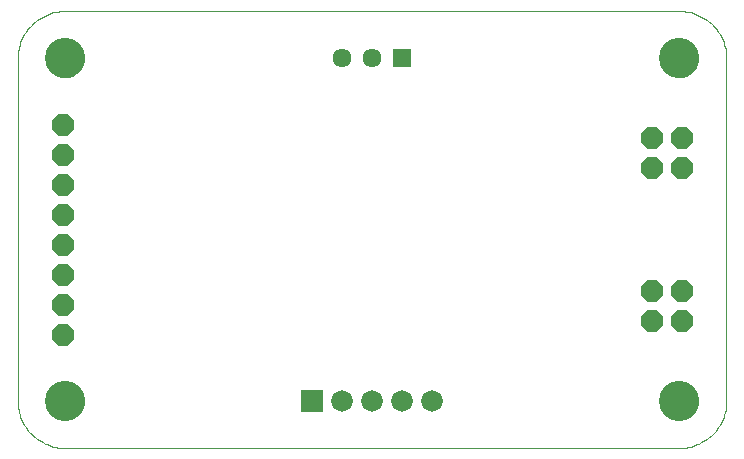
<source format=gbs>
G75*
G70*
%OFA0B0*%
%FSLAX24Y24*%
%IPPOS*%
%LPD*%
%AMOC8*
5,1,8,0,0,1.08239X$1,22.5*
%
%ADD10R,0.0720X0.0720*%
%ADD11C,0.0720*%
%ADD12OC8,0.0720*%
%ADD13R,0.0635X0.0635*%
%ADD14C,0.0635*%
%ADD15C,0.0000*%
%ADD16C,0.1340*%
D10*
X014205Y004991D03*
D11*
X015205Y004991D03*
X016205Y004991D03*
X017205Y004991D03*
X018205Y004991D03*
D12*
X025548Y007641D03*
X026548Y007641D03*
X026548Y008641D03*
X025548Y008641D03*
X025548Y012759D03*
X026548Y012759D03*
X026548Y013759D03*
X025548Y013759D03*
X005895Y014200D03*
X005895Y013200D03*
X005895Y012200D03*
X005895Y011200D03*
X005895Y010200D03*
X005895Y009200D03*
X005895Y008200D03*
X005895Y007200D03*
D13*
X017214Y016409D03*
D14*
X016214Y016409D03*
X015214Y016409D03*
D15*
X005969Y003417D02*
X026442Y003417D01*
X026442Y003416D02*
X026519Y003418D01*
X026596Y003424D01*
X026673Y003433D01*
X026749Y003446D01*
X026825Y003463D01*
X026899Y003484D01*
X026973Y003508D01*
X027045Y003536D01*
X027115Y003567D01*
X027184Y003602D01*
X027252Y003640D01*
X027317Y003681D01*
X027380Y003726D01*
X027441Y003774D01*
X027500Y003824D01*
X027556Y003877D01*
X027609Y003933D01*
X027659Y003992D01*
X027707Y004053D01*
X027752Y004116D01*
X027793Y004181D01*
X027831Y004249D01*
X027866Y004318D01*
X027897Y004388D01*
X027925Y004460D01*
X027949Y004534D01*
X027970Y004608D01*
X027987Y004684D01*
X028000Y004760D01*
X028009Y004837D01*
X028015Y004914D01*
X028017Y004991D01*
X028016Y004991D02*
X028016Y016409D01*
X028017Y016409D02*
X028015Y016486D01*
X028009Y016563D01*
X028000Y016640D01*
X027987Y016716D01*
X027970Y016792D01*
X027949Y016866D01*
X027925Y016940D01*
X027897Y017012D01*
X027866Y017082D01*
X027831Y017151D01*
X027793Y017219D01*
X027752Y017284D01*
X027707Y017347D01*
X027659Y017408D01*
X027609Y017467D01*
X027556Y017523D01*
X027500Y017576D01*
X027441Y017626D01*
X027380Y017674D01*
X027317Y017719D01*
X027252Y017760D01*
X027184Y017798D01*
X027115Y017833D01*
X027045Y017864D01*
X026973Y017892D01*
X026899Y017916D01*
X026825Y017937D01*
X026749Y017954D01*
X026673Y017967D01*
X026596Y017976D01*
X026519Y017982D01*
X026442Y017984D01*
X005969Y017984D01*
X005892Y017982D01*
X005815Y017976D01*
X005738Y017967D01*
X005662Y017954D01*
X005586Y017937D01*
X005512Y017916D01*
X005438Y017892D01*
X005366Y017864D01*
X005296Y017833D01*
X005227Y017798D01*
X005159Y017760D01*
X005094Y017719D01*
X005031Y017674D01*
X004970Y017626D01*
X004911Y017576D01*
X004855Y017523D01*
X004802Y017467D01*
X004752Y017408D01*
X004704Y017347D01*
X004659Y017284D01*
X004618Y017219D01*
X004580Y017151D01*
X004545Y017082D01*
X004514Y017012D01*
X004486Y016940D01*
X004462Y016866D01*
X004441Y016792D01*
X004424Y016716D01*
X004411Y016640D01*
X004402Y016563D01*
X004396Y016486D01*
X004394Y016409D01*
X004394Y004991D01*
X004396Y004914D01*
X004402Y004837D01*
X004411Y004760D01*
X004424Y004684D01*
X004441Y004608D01*
X004462Y004534D01*
X004486Y004460D01*
X004514Y004388D01*
X004545Y004318D01*
X004580Y004249D01*
X004618Y004181D01*
X004659Y004116D01*
X004704Y004053D01*
X004752Y003992D01*
X004802Y003933D01*
X004855Y003877D01*
X004911Y003824D01*
X004970Y003774D01*
X005031Y003726D01*
X005094Y003681D01*
X005159Y003640D01*
X005227Y003602D01*
X005296Y003567D01*
X005366Y003536D01*
X005438Y003508D01*
X005512Y003484D01*
X005586Y003463D01*
X005662Y003446D01*
X005738Y003433D01*
X005815Y003424D01*
X005892Y003418D01*
X005969Y003416D01*
X005892Y003418D01*
X005815Y003424D01*
X005738Y003433D01*
X005662Y003446D01*
X005586Y003463D01*
X005512Y003484D01*
X005438Y003508D01*
X005366Y003536D01*
X005296Y003567D01*
X005227Y003602D01*
X005159Y003640D01*
X005094Y003681D01*
X005031Y003726D01*
X004970Y003774D01*
X004911Y003824D01*
X004855Y003877D01*
X004802Y003933D01*
X004752Y003992D01*
X004704Y004053D01*
X004659Y004116D01*
X004618Y004181D01*
X004580Y004249D01*
X004545Y004318D01*
X004514Y004388D01*
X004486Y004460D01*
X004462Y004534D01*
X004441Y004608D01*
X004424Y004684D01*
X004411Y004760D01*
X004402Y004837D01*
X004396Y004914D01*
X004394Y004991D01*
X005339Y004991D02*
X005341Y005041D01*
X005347Y005091D01*
X005357Y005140D01*
X005371Y005188D01*
X005388Y005235D01*
X005409Y005280D01*
X005434Y005324D01*
X005462Y005365D01*
X005494Y005404D01*
X005528Y005441D01*
X005565Y005475D01*
X005605Y005505D01*
X005647Y005532D01*
X005691Y005556D01*
X005737Y005577D01*
X005784Y005593D01*
X005832Y005606D01*
X005882Y005615D01*
X005931Y005620D01*
X005982Y005621D01*
X006032Y005618D01*
X006081Y005611D01*
X006130Y005600D01*
X006178Y005585D01*
X006224Y005567D01*
X006269Y005545D01*
X006312Y005519D01*
X006353Y005490D01*
X006392Y005458D01*
X006428Y005423D01*
X006460Y005385D01*
X006490Y005345D01*
X006517Y005302D01*
X006540Y005258D01*
X006559Y005212D01*
X006575Y005164D01*
X006587Y005115D01*
X006595Y005066D01*
X006599Y005016D01*
X006599Y004966D01*
X006595Y004916D01*
X006587Y004867D01*
X006575Y004818D01*
X006559Y004770D01*
X006540Y004724D01*
X006517Y004680D01*
X006490Y004637D01*
X006460Y004597D01*
X006428Y004559D01*
X006392Y004524D01*
X006353Y004492D01*
X006312Y004463D01*
X006269Y004437D01*
X006224Y004415D01*
X006178Y004397D01*
X006130Y004382D01*
X006081Y004371D01*
X006032Y004364D01*
X005982Y004361D01*
X005931Y004362D01*
X005882Y004367D01*
X005832Y004376D01*
X005784Y004389D01*
X005737Y004405D01*
X005691Y004426D01*
X005647Y004450D01*
X005605Y004477D01*
X005565Y004507D01*
X005528Y004541D01*
X005494Y004578D01*
X005462Y004617D01*
X005434Y004658D01*
X005409Y004702D01*
X005388Y004747D01*
X005371Y004794D01*
X005357Y004842D01*
X005347Y004891D01*
X005341Y004941D01*
X005339Y004991D01*
X004394Y016409D02*
X004396Y016486D01*
X004402Y016563D01*
X004411Y016640D01*
X004424Y016716D01*
X004441Y016792D01*
X004462Y016866D01*
X004486Y016940D01*
X004514Y017012D01*
X004545Y017082D01*
X004580Y017151D01*
X004618Y017219D01*
X004659Y017284D01*
X004704Y017347D01*
X004752Y017408D01*
X004802Y017467D01*
X004855Y017523D01*
X004911Y017576D01*
X004970Y017626D01*
X005031Y017674D01*
X005094Y017719D01*
X005159Y017760D01*
X005227Y017798D01*
X005296Y017833D01*
X005366Y017864D01*
X005438Y017892D01*
X005512Y017916D01*
X005586Y017937D01*
X005662Y017954D01*
X005738Y017967D01*
X005815Y017976D01*
X005892Y017982D01*
X005969Y017984D01*
X005339Y016409D02*
X005341Y016459D01*
X005347Y016509D01*
X005357Y016558D01*
X005371Y016606D01*
X005388Y016653D01*
X005409Y016698D01*
X005434Y016742D01*
X005462Y016783D01*
X005494Y016822D01*
X005528Y016859D01*
X005565Y016893D01*
X005605Y016923D01*
X005647Y016950D01*
X005691Y016974D01*
X005737Y016995D01*
X005784Y017011D01*
X005832Y017024D01*
X005882Y017033D01*
X005931Y017038D01*
X005982Y017039D01*
X006032Y017036D01*
X006081Y017029D01*
X006130Y017018D01*
X006178Y017003D01*
X006224Y016985D01*
X006269Y016963D01*
X006312Y016937D01*
X006353Y016908D01*
X006392Y016876D01*
X006428Y016841D01*
X006460Y016803D01*
X006490Y016763D01*
X006517Y016720D01*
X006540Y016676D01*
X006559Y016630D01*
X006575Y016582D01*
X006587Y016533D01*
X006595Y016484D01*
X006599Y016434D01*
X006599Y016384D01*
X006595Y016334D01*
X006587Y016285D01*
X006575Y016236D01*
X006559Y016188D01*
X006540Y016142D01*
X006517Y016098D01*
X006490Y016055D01*
X006460Y016015D01*
X006428Y015977D01*
X006392Y015942D01*
X006353Y015910D01*
X006312Y015881D01*
X006269Y015855D01*
X006224Y015833D01*
X006178Y015815D01*
X006130Y015800D01*
X006081Y015789D01*
X006032Y015782D01*
X005982Y015779D01*
X005931Y015780D01*
X005882Y015785D01*
X005832Y015794D01*
X005784Y015807D01*
X005737Y015823D01*
X005691Y015844D01*
X005647Y015868D01*
X005605Y015895D01*
X005565Y015925D01*
X005528Y015959D01*
X005494Y015996D01*
X005462Y016035D01*
X005434Y016076D01*
X005409Y016120D01*
X005388Y016165D01*
X005371Y016212D01*
X005357Y016260D01*
X005347Y016309D01*
X005341Y016359D01*
X005339Y016409D01*
X026442Y017984D02*
X026519Y017982D01*
X026596Y017976D01*
X026673Y017967D01*
X026749Y017954D01*
X026825Y017937D01*
X026899Y017916D01*
X026973Y017892D01*
X027045Y017864D01*
X027115Y017833D01*
X027184Y017798D01*
X027252Y017760D01*
X027317Y017719D01*
X027380Y017674D01*
X027441Y017626D01*
X027500Y017576D01*
X027556Y017523D01*
X027609Y017467D01*
X027659Y017408D01*
X027707Y017347D01*
X027752Y017284D01*
X027793Y017219D01*
X027831Y017151D01*
X027866Y017082D01*
X027897Y017012D01*
X027925Y016940D01*
X027949Y016866D01*
X027970Y016792D01*
X027987Y016716D01*
X028000Y016640D01*
X028009Y016563D01*
X028015Y016486D01*
X028017Y016409D01*
X025812Y016409D02*
X025814Y016459D01*
X025820Y016509D01*
X025830Y016558D01*
X025844Y016606D01*
X025861Y016653D01*
X025882Y016698D01*
X025907Y016742D01*
X025935Y016783D01*
X025967Y016822D01*
X026001Y016859D01*
X026038Y016893D01*
X026078Y016923D01*
X026120Y016950D01*
X026164Y016974D01*
X026210Y016995D01*
X026257Y017011D01*
X026305Y017024D01*
X026355Y017033D01*
X026404Y017038D01*
X026455Y017039D01*
X026505Y017036D01*
X026554Y017029D01*
X026603Y017018D01*
X026651Y017003D01*
X026697Y016985D01*
X026742Y016963D01*
X026785Y016937D01*
X026826Y016908D01*
X026865Y016876D01*
X026901Y016841D01*
X026933Y016803D01*
X026963Y016763D01*
X026990Y016720D01*
X027013Y016676D01*
X027032Y016630D01*
X027048Y016582D01*
X027060Y016533D01*
X027068Y016484D01*
X027072Y016434D01*
X027072Y016384D01*
X027068Y016334D01*
X027060Y016285D01*
X027048Y016236D01*
X027032Y016188D01*
X027013Y016142D01*
X026990Y016098D01*
X026963Y016055D01*
X026933Y016015D01*
X026901Y015977D01*
X026865Y015942D01*
X026826Y015910D01*
X026785Y015881D01*
X026742Y015855D01*
X026697Y015833D01*
X026651Y015815D01*
X026603Y015800D01*
X026554Y015789D01*
X026505Y015782D01*
X026455Y015779D01*
X026404Y015780D01*
X026355Y015785D01*
X026305Y015794D01*
X026257Y015807D01*
X026210Y015823D01*
X026164Y015844D01*
X026120Y015868D01*
X026078Y015895D01*
X026038Y015925D01*
X026001Y015959D01*
X025967Y015996D01*
X025935Y016035D01*
X025907Y016076D01*
X025882Y016120D01*
X025861Y016165D01*
X025844Y016212D01*
X025830Y016260D01*
X025820Y016309D01*
X025814Y016359D01*
X025812Y016409D01*
X028017Y004991D02*
X028015Y004914D01*
X028009Y004837D01*
X028000Y004760D01*
X027987Y004684D01*
X027970Y004608D01*
X027949Y004534D01*
X027925Y004460D01*
X027897Y004388D01*
X027866Y004318D01*
X027831Y004249D01*
X027793Y004181D01*
X027752Y004116D01*
X027707Y004053D01*
X027659Y003992D01*
X027609Y003933D01*
X027556Y003877D01*
X027500Y003824D01*
X027441Y003774D01*
X027380Y003726D01*
X027317Y003681D01*
X027252Y003640D01*
X027184Y003602D01*
X027115Y003567D01*
X027045Y003536D01*
X026973Y003508D01*
X026899Y003484D01*
X026825Y003463D01*
X026749Y003446D01*
X026673Y003433D01*
X026596Y003424D01*
X026519Y003418D01*
X026442Y003416D01*
X025812Y004991D02*
X025814Y005041D01*
X025820Y005091D01*
X025830Y005140D01*
X025844Y005188D01*
X025861Y005235D01*
X025882Y005280D01*
X025907Y005324D01*
X025935Y005365D01*
X025967Y005404D01*
X026001Y005441D01*
X026038Y005475D01*
X026078Y005505D01*
X026120Y005532D01*
X026164Y005556D01*
X026210Y005577D01*
X026257Y005593D01*
X026305Y005606D01*
X026355Y005615D01*
X026404Y005620D01*
X026455Y005621D01*
X026505Y005618D01*
X026554Y005611D01*
X026603Y005600D01*
X026651Y005585D01*
X026697Y005567D01*
X026742Y005545D01*
X026785Y005519D01*
X026826Y005490D01*
X026865Y005458D01*
X026901Y005423D01*
X026933Y005385D01*
X026963Y005345D01*
X026990Y005302D01*
X027013Y005258D01*
X027032Y005212D01*
X027048Y005164D01*
X027060Y005115D01*
X027068Y005066D01*
X027072Y005016D01*
X027072Y004966D01*
X027068Y004916D01*
X027060Y004867D01*
X027048Y004818D01*
X027032Y004770D01*
X027013Y004724D01*
X026990Y004680D01*
X026963Y004637D01*
X026933Y004597D01*
X026901Y004559D01*
X026865Y004524D01*
X026826Y004492D01*
X026785Y004463D01*
X026742Y004437D01*
X026697Y004415D01*
X026651Y004397D01*
X026603Y004382D01*
X026554Y004371D01*
X026505Y004364D01*
X026455Y004361D01*
X026404Y004362D01*
X026355Y004367D01*
X026305Y004376D01*
X026257Y004389D01*
X026210Y004405D01*
X026164Y004426D01*
X026120Y004450D01*
X026078Y004477D01*
X026038Y004507D01*
X026001Y004541D01*
X025967Y004578D01*
X025935Y004617D01*
X025907Y004658D01*
X025882Y004702D01*
X025861Y004747D01*
X025844Y004794D01*
X025830Y004842D01*
X025820Y004891D01*
X025814Y004941D01*
X025812Y004991D01*
D16*
X026442Y004991D03*
X026442Y016409D03*
X005969Y016409D03*
X005969Y004991D03*
M02*

</source>
